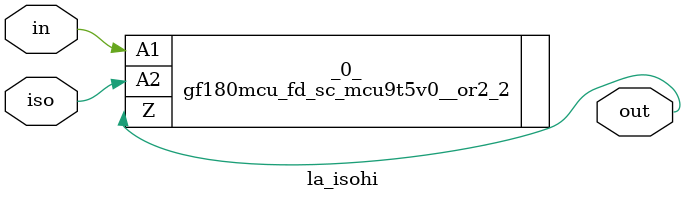
<source format=v>
/* Generated by Yosys 0.37 (git sha1 a5c7f69ed, clang 14.0.0-1ubuntu1.1 -fPIC -Os) */

module la_isohi(iso, in, out);
  input in;
  wire in;
  input iso;
  wire iso;
  output out;
  wire out;
  gf180mcu_fd_sc_mcu9t5v0__or2_2 _0_ (
    .A1(in),
    .A2(iso),
    .Z(out)
  );
endmodule

</source>
